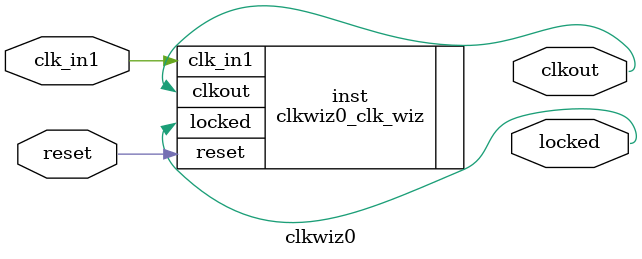
<source format=v>


`timescale 1ps/1ps

(* CORE_GENERATION_INFO = "clkwiz0,clk_wiz_v6_0_0_0,{component_name=clkwiz0,use_phase_alignment=true,use_min_o_jitter=false,use_max_i_jitter=false,use_dyn_phase_shift=false,use_inclk_switchover=false,use_dyn_reconfig=false,enable_axi=0,feedback_source=FDBK_AUTO,PRIMITIVE=MMCM,num_out_clk=1,clkin1_period=10.000,clkin2_period=10.000,use_power_down=false,use_reset=true,use_locked=true,use_inclk_stopped=false,feedback_type=SINGLE,CLOCK_MGR_TYPE=NA,manual_override=false}" *)

module clkwiz0 
 (
  // Clock out ports
  output        clkout,
  // Status and control signals
  input         reset,
  output        locked,
 // Clock in ports
  input         clk_in1
 );

  clkwiz0_clk_wiz inst
  (
  // Clock out ports  
  .clkout(clkout),
  // Status and control signals               
  .reset(reset), 
  .locked(locked),
 // Clock in ports
  .clk_in1(clk_in1)
  );

endmodule

</source>
